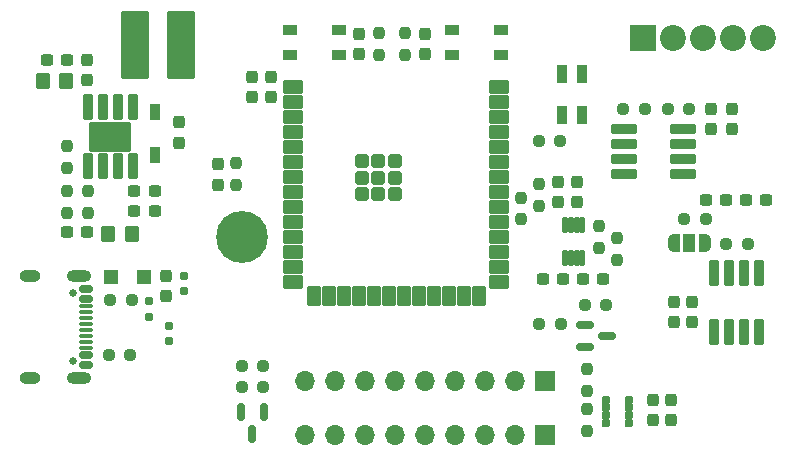
<source format=gts>
G04 #@! TF.GenerationSoftware,KiCad,Pcbnew,8.0.5*
G04 #@! TF.CreationDate,2024-10-21T14:42:36+02:00*
G04 #@! TF.ProjectId,Master,4d617374-6572-42e6-9b69-6361645f7063,rev?*
G04 #@! TF.SameCoordinates,Original*
G04 #@! TF.FileFunction,Soldermask,Top*
G04 #@! TF.FilePolarity,Negative*
%FSLAX46Y46*%
G04 Gerber Fmt 4.6, Leading zero omitted, Abs format (unit mm)*
G04 Created by KiCad (PCBNEW 8.0.5) date 2024-10-21 14:42:36*
%MOMM*%
%LPD*%
G01*
G04 APERTURE LIST*
G04 Aperture macros list*
%AMRoundRect*
0 Rectangle with rounded corners*
0 $1 Rounding radius*
0 $2 $3 $4 $5 $6 $7 $8 $9 X,Y pos of 4 corners*
0 Add a 4 corners polygon primitive as box body*
4,1,4,$2,$3,$4,$5,$6,$7,$8,$9,$2,$3,0*
0 Add four circle primitives for the rounded corners*
1,1,$1+$1,$2,$3*
1,1,$1+$1,$4,$5*
1,1,$1+$1,$6,$7*
1,1,$1+$1,$8,$9*
0 Add four rect primitives between the rounded corners*
20,1,$1+$1,$2,$3,$4,$5,0*
20,1,$1+$1,$4,$5,$6,$7,0*
20,1,$1+$1,$6,$7,$8,$9,0*
20,1,$1+$1,$8,$9,$2,$3,0*%
%AMFreePoly0*
4,1,19,0.550000,-0.750000,0.000000,-0.750000,0.000000,-0.744911,-0.071157,-0.744911,-0.207708,-0.704816,-0.327430,-0.627875,-0.420627,-0.520320,-0.479746,-0.390866,-0.500000,-0.250000,-0.500000,0.250000,-0.479746,0.390866,-0.420627,0.520320,-0.327430,0.627875,-0.207708,0.704816,-0.071157,0.744911,0.000000,0.744911,0.000000,0.750000,0.550000,0.750000,0.550000,-0.750000,0.550000,-0.750000,
$1*%
%AMFreePoly1*
4,1,19,0.000000,0.744911,0.071157,0.744911,0.207708,0.704816,0.327430,0.627875,0.420627,0.520320,0.479746,0.390866,0.500000,0.250000,0.500000,-0.250000,0.479746,-0.390866,0.420627,-0.520320,0.327430,-0.627875,0.207708,-0.704816,0.071157,-0.744911,0.000000,-0.744911,0.000000,-0.750000,-0.550000,-0.750000,-0.550000,0.750000,0.000000,0.750000,0.000000,0.744911,0.000000,0.744911,
$1*%
G04 Aperture macros list end*
%ADD10RoundRect,0.237500X0.237500X-0.250000X0.237500X0.250000X-0.237500X0.250000X-0.237500X-0.250000X0*%
%ADD11C,0.650000*%
%ADD12RoundRect,0.150000X-0.425000X0.150000X-0.425000X-0.150000X0.425000X-0.150000X0.425000X0.150000X0*%
%ADD13RoundRect,0.075000X-0.500000X0.075000X-0.500000X-0.075000X0.500000X-0.075000X0.500000X0.075000X0*%
%ADD14O,2.100000X1.000000*%
%ADD15O,1.800000X1.000000*%
%ADD16R,1.200000X1.200000*%
%ADD17RoundRect,0.237500X-0.237500X0.300000X-0.237500X-0.300000X0.237500X-0.300000X0.237500X0.300000X0*%
%ADD18RoundRect,0.237500X-0.237500X0.250000X-0.237500X-0.250000X0.237500X-0.250000X0.237500X0.250000X0*%
%ADD19RoundRect,0.237500X0.237500X-0.300000X0.237500X0.300000X-0.237500X0.300000X-0.237500X-0.300000X0*%
%ADD20RoundRect,0.150000X-0.150000X0.587500X-0.150000X-0.587500X0.150000X-0.587500X0.150000X0.587500X0*%
%ADD21RoundRect,0.237500X-0.250000X-0.237500X0.250000X-0.237500X0.250000X0.237500X-0.250000X0.237500X0*%
%ADD22RoundRect,0.237500X-0.237500X0.287500X-0.237500X-0.287500X0.237500X-0.287500X0.237500X0.287500X0*%
%ADD23RoundRect,0.237500X0.300000X0.237500X-0.300000X0.237500X-0.300000X-0.237500X0.300000X-0.237500X0*%
%ADD24C,0.700000*%
%ADD25C,4.400000*%
%ADD26RoundRect,0.237500X-0.300000X-0.237500X0.300000X-0.237500X0.300000X0.237500X-0.300000X0.237500X0*%
%ADD27RoundRect,0.237500X0.250000X0.237500X-0.250000X0.237500X-0.250000X-0.237500X0.250000X-0.237500X0*%
%ADD28RoundRect,0.250000X-0.350000X-0.450000X0.350000X-0.450000X0.350000X0.450000X-0.350000X0.450000X0*%
%ADD29RoundRect,0.102000X-0.350000X0.600000X-0.350000X-0.600000X0.350000X-0.600000X0.350000X0.600000X0*%
%ADD30RoundRect,0.102000X0.200000X-0.240000X0.200000X0.240000X-0.200000X0.240000X-0.200000X-0.240000X0*%
%ADD31RoundRect,0.100500X0.301500X-0.986500X0.301500X0.986500X-0.301500X0.986500X-0.301500X-0.986500X0*%
%ADD32RoundRect,0.059250X-0.177750X0.602750X-0.177750X-0.602750X0.177750X-0.602750X0.177750X0.602750X0*%
%ADD33RoundRect,0.150000X-0.587500X-0.150000X0.587500X-0.150000X0.587500X0.150000X-0.587500X0.150000X0*%
%ADD34R,1.700000X1.700000*%
%ADD35O,1.700000X1.700000*%
%ADD36R,0.850000X1.600000*%
%ADD37RoundRect,0.100500X-0.986500X-0.301500X0.986500X-0.301500X0.986500X0.301500X-0.986500X0.301500X0*%
%ADD38RoundRect,0.102000X-0.750000X-0.450000X0.750000X-0.450000X0.750000X0.450000X-0.750000X0.450000X0*%
%ADD39RoundRect,0.102000X-0.450000X-0.750000X0.450000X-0.750000X0.450000X0.750000X-0.450000X0.750000X0*%
%ADD40RoundRect,0.102000X-0.450000X-0.450000X0.450000X-0.450000X0.450000X0.450000X-0.450000X0.450000X0*%
%ADD41RoundRect,0.102000X-0.200000X0.240000X-0.200000X-0.240000X0.200000X-0.240000X0.200000X0.240000X0*%
%ADD42RoundRect,0.102000X-0.525000X-0.325000X0.525000X-0.325000X0.525000X0.325000X-0.525000X0.325000X0*%
%ADD43RoundRect,0.100500X-0.301500X0.986500X-0.301500X-0.986500X0.301500X-0.986500X0.301500X0.986500X0*%
%ADD44RoundRect,0.102000X-1.650000X1.205000X-1.650000X-1.205000X1.650000X-1.205000X1.650000X1.205000X0*%
%ADD45RoundRect,0.102000X-1.075000X-2.750000X1.075000X-2.750000X1.075000X2.750000X-1.075000X2.750000X0*%
%ADD46R,2.200000X2.200000*%
%ADD47C,2.200000*%
%ADD48FreePoly0,180.000000*%
%ADD49R,1.000000X1.500000*%
%ADD50FreePoly1,180.000000*%
%ADD51RoundRect,0.081750X0.265250X0.245250X-0.265250X0.245250X-0.265250X-0.245250X0.265250X-0.245250X0*%
%ADD52RoundRect,0.250000X0.350000X0.450000X-0.350000X0.450000X-0.350000X-0.450000X0.350000X-0.450000X0*%
G04 APERTURE END LIST*
D10*
X55150000Y-44662500D03*
X55150000Y-42837500D03*
D11*
X41348796Y-53804000D03*
X41348796Y-59584000D03*
D12*
X42423796Y-53494000D03*
X42423796Y-54294000D03*
D13*
X42423796Y-55444000D03*
X42423796Y-56444000D03*
X42423796Y-56944000D03*
X42423796Y-57944000D03*
D12*
X42423796Y-59094000D03*
X42423796Y-59894000D03*
X42423796Y-59894000D03*
X42423796Y-59094000D03*
D13*
X42423796Y-58444000D03*
X42423796Y-57444000D03*
X42423796Y-55944000D03*
X42423796Y-54944000D03*
D12*
X42423796Y-54294000D03*
X42423796Y-53494000D03*
D14*
X41848796Y-52374000D03*
D15*
X37668796Y-52374000D03*
D14*
X41848796Y-61014000D03*
D15*
X37668796Y-61014000D03*
D16*
X47393796Y-52444000D03*
X44593796Y-52444000D03*
D17*
X49241796Y-52337500D03*
X49241796Y-54062500D03*
X92242000Y-54561500D03*
X92242000Y-56286500D03*
D10*
X40835000Y-43190500D03*
X40835000Y-41365500D03*
D18*
X84893000Y-60250000D03*
X84893000Y-62075000D03*
D19*
X97104000Y-39918500D03*
X97104000Y-38193500D03*
X58095000Y-37202500D03*
X58095000Y-35477500D03*
D20*
X57481500Y-63884500D03*
X55581500Y-63884500D03*
X56531500Y-65759500D03*
D21*
X93087500Y-47550000D03*
X94912500Y-47550000D03*
D22*
X53600000Y-42875000D03*
X53600000Y-44625000D03*
D23*
X96637500Y-45975000D03*
X94912500Y-45975000D03*
D10*
X87416000Y-51002500D03*
X87416000Y-49177500D03*
D19*
X56480000Y-37202500D03*
X56480000Y-35477500D03*
D24*
X57316000Y-49074000D03*
X56832726Y-50240726D03*
X56832726Y-47907274D03*
X55666000Y-50724000D03*
D25*
X55666000Y-49074000D03*
D24*
X55666000Y-47424000D03*
X54499274Y-50240726D03*
X54499274Y-47907274D03*
X54016000Y-49074000D03*
D18*
X67293000Y-31810500D03*
X67293000Y-33635500D03*
D26*
X81119000Y-52630000D03*
X82844000Y-52630000D03*
X84521500Y-52630000D03*
X86246500Y-52630000D03*
D21*
X84662500Y-54800000D03*
X86487500Y-54800000D03*
D10*
X85892000Y-49986500D03*
X85892000Y-48161500D03*
D17*
X50360000Y-39348000D03*
X50360000Y-41073000D03*
D27*
X89762500Y-38225000D03*
X87937500Y-38225000D03*
D28*
X44344732Y-48846943D03*
X46344732Y-48846943D03*
D29*
X48328000Y-42161000D03*
X48328000Y-38461000D03*
D17*
X83990000Y-44417500D03*
X83990000Y-46142500D03*
D19*
X90458000Y-64574000D03*
X90458000Y-62849000D03*
D30*
X49491796Y-57885000D03*
X49491796Y-56565000D03*
X50716796Y-53660000D03*
X50716796Y-52340000D03*
D31*
X95595000Y-57070000D03*
X96865000Y-57070000D03*
X98135000Y-57070000D03*
X99405000Y-57070000D03*
X99405000Y-52130000D03*
X98135000Y-52130000D03*
X96865000Y-52130000D03*
X95595000Y-52130000D03*
D21*
X80762500Y-40900000D03*
X82587500Y-40900000D03*
D19*
X71181000Y-33585500D03*
X71181000Y-31860500D03*
D17*
X82442797Y-44401500D03*
X82442797Y-46126500D03*
D10*
X84893000Y-65480500D03*
X84893000Y-63655500D03*
D18*
X42613000Y-45175500D03*
X42613000Y-47000500D03*
D21*
X55619000Y-59996000D03*
X57444000Y-59996000D03*
D32*
X84483000Y-48038500D03*
X83983000Y-48038500D03*
X83483000Y-48038500D03*
X82983000Y-48038500D03*
X82983000Y-50848500D03*
X83483000Y-50848500D03*
X83983000Y-50848500D03*
X84483000Y-50848500D03*
D33*
X84700000Y-56500000D03*
X84700000Y-58400000D03*
X86575000Y-57450000D03*
D27*
X57444000Y-61774000D03*
X55619000Y-61774000D03*
D19*
X95326000Y-39918500D03*
X95326000Y-38193500D03*
D21*
X44379296Y-59075000D03*
X46204296Y-59075000D03*
D18*
X40835000Y-45175500D03*
X40835000Y-47000500D03*
X80812000Y-44605500D03*
X80812000Y-46430500D03*
D19*
X42500035Y-35801455D03*
X42500035Y-34076455D03*
X65593000Y-33573000D03*
X65593000Y-31848000D03*
D17*
X93766000Y-54561500D03*
X93766000Y-56286500D03*
D26*
X98287500Y-45950000D03*
X100012500Y-45950000D03*
D34*
X81320000Y-65838000D03*
D35*
X78780000Y-65838000D03*
X76240000Y-65838000D03*
X73700000Y-65838000D03*
X71160000Y-65838000D03*
X68620000Y-65838000D03*
X66080000Y-65838000D03*
X63540000Y-65838000D03*
X61000000Y-65838000D03*
D21*
X91712500Y-38250000D03*
X93537500Y-38250000D03*
D36*
X84481000Y-35273000D03*
X82731000Y-35273000D03*
X82731000Y-38773000D03*
X84481000Y-38773000D03*
D26*
X39112500Y-34047000D03*
X40837500Y-34047000D03*
X40825271Y-48613035D03*
X42550271Y-48613035D03*
D37*
X88030000Y-39945000D03*
X88030000Y-41215000D03*
X88030000Y-42485000D03*
X88030000Y-43755000D03*
X92970000Y-43755000D03*
X92970000Y-42485000D03*
X92970000Y-41215000D03*
X92970000Y-39945000D03*
D18*
X69459000Y-31810500D03*
X69459000Y-33635500D03*
D21*
X44483796Y-54434000D03*
X46308796Y-54434000D03*
D38*
X59945000Y-36340000D03*
X59945000Y-37610000D03*
X59945000Y-38880000D03*
X59945000Y-40150000D03*
X59945000Y-41420000D03*
X59945000Y-42690000D03*
X59945000Y-43960000D03*
X59945000Y-45230000D03*
X59945000Y-46500000D03*
X59945000Y-47770000D03*
X59945000Y-49040000D03*
X59945000Y-50310000D03*
X59945000Y-51580000D03*
X59945000Y-52850000D03*
D39*
X61710000Y-54100000D03*
X62980000Y-54100000D03*
X64250000Y-54100000D03*
X65520000Y-54100000D03*
X66790000Y-54100000D03*
X68060000Y-54100000D03*
X69330000Y-54100000D03*
X70600000Y-54100000D03*
X71870000Y-54100000D03*
X73140000Y-54100000D03*
X74410000Y-54100000D03*
X75680000Y-54100000D03*
D38*
X77445000Y-52850000D03*
X77445000Y-51580000D03*
X77445000Y-50310000D03*
X77445000Y-49040000D03*
X77445000Y-47770000D03*
X77445000Y-46500000D03*
X77445000Y-45230000D03*
X77445000Y-43960000D03*
X77445000Y-42690000D03*
X77445000Y-41420000D03*
X77445000Y-40150000D03*
X77445000Y-38880000D03*
X77445000Y-37610000D03*
X77445000Y-36340000D03*
D40*
X65795000Y-42660000D03*
X67195000Y-42660000D03*
X68595000Y-42660000D03*
X65795000Y-44060000D03*
X67195000Y-44060000D03*
X68595000Y-44060000D03*
X65795000Y-45460000D03*
X67195000Y-45460000D03*
X68595000Y-45460000D03*
D41*
X47766796Y-54502500D03*
X47766796Y-55822500D03*
D42*
X73446000Y-31548000D03*
X77596000Y-31548000D03*
X73446000Y-33698000D03*
X77596000Y-33698000D03*
D18*
X79288000Y-45725000D03*
X79288000Y-47550000D03*
D21*
X80836500Y-56434000D03*
X82661500Y-56434000D03*
D42*
X59696000Y-31548000D03*
X63846000Y-31548000D03*
X59696000Y-33698000D03*
X63846000Y-33698000D03*
D34*
X81320000Y-61266000D03*
D35*
X78780000Y-61266000D03*
X76240000Y-61266000D03*
X73700000Y-61266000D03*
X71160000Y-61266000D03*
X68620000Y-61266000D03*
X66080000Y-61266000D03*
X63540000Y-61266000D03*
X61000000Y-61266000D03*
D43*
X46423000Y-38090000D03*
X45153000Y-38090000D03*
X43883000Y-38090000D03*
X42613000Y-38090000D03*
X42613000Y-43040000D03*
X43883000Y-43040000D03*
X45153000Y-43040000D03*
X46423000Y-43040000D03*
D44*
X44518000Y-40565000D03*
D21*
X96662500Y-49650000D03*
X98487500Y-49650000D03*
D45*
X46625000Y-32775000D03*
X50475000Y-32775000D03*
D46*
X89620000Y-32200000D03*
D47*
X92160000Y-32200000D03*
X94700000Y-32200000D03*
X97240000Y-32200000D03*
X99780000Y-32200000D03*
D26*
X46550000Y-45159000D03*
X48275000Y-45159000D03*
D48*
X94820500Y-49590000D03*
D49*
X93520500Y-49590000D03*
D50*
X92220500Y-49590000D03*
D26*
X46550000Y-46850000D03*
X48275000Y-46850000D03*
D51*
X86440000Y-64778500D03*
X86440000Y-64128500D03*
X86440000Y-63478500D03*
X86440000Y-62828500D03*
X88380000Y-62828500D03*
X88380000Y-63478500D03*
X88380000Y-64128500D03*
X88380000Y-64778500D03*
D19*
X92005000Y-64568000D03*
X92005000Y-62843000D03*
D52*
X40784231Y-35824832D03*
X38784231Y-35824832D03*
M02*

</source>
